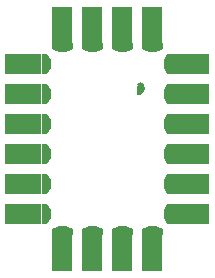
<source format=gbs>
G04 DipTrace 2.4.0.2*
%INi2cswitch.gbs*%
%MOMM*%
%ADD53R,1.75X2.082*%
%ADD54R,1.75X1.65*%
%ADD55R,2.082X1.75*%
%ADD56R,1.65X1.75*%
%FSLAX53Y53*%
G04*
G71*
G90*
G75*
G01*
%LNBotMask*%
%LPD*%
D56*
X11270Y21430D3*
Y18890D3*
Y16350D3*
Y13810D3*
G36*
X12545Y18015D2*
X12040D1*
Y19765D1*
X12545D1*
X12825Y19221D1*
Y18559D1*
X12545Y18015D1*
G37*
G36*
Y20555D2*
X12040D1*
Y22305D1*
X12545D1*
X12825Y21761D1*
Y21099D1*
X12545Y20555D1*
G37*
G36*
Y12935D2*
X12040D1*
Y14685D1*
X12545D1*
X12825Y14141D1*
Y13479D1*
X12545Y12935D1*
G37*
G36*
Y15475D2*
X12040D1*
Y17225D1*
X12545D1*
X12825Y16681D1*
Y16019D1*
X12545Y15475D1*
G37*
D55*
X10000Y21430D3*
Y18890D3*
Y16350D3*
Y13810D3*
D56*
X23970D3*
Y16350D3*
Y18890D3*
Y21430D3*
G36*
X22695Y17225D2*
X23200D1*
Y15475D1*
X22695D1*
X22415Y16019D1*
Y16681D1*
X22695Y17225D1*
G37*
G36*
Y14685D2*
X23200D1*
Y12935D1*
X22695D1*
X22415Y13479D1*
Y14141D1*
X22695Y14685D1*
G37*
G36*
Y22305D2*
X23200D1*
Y20555D1*
X22695D1*
X22415Y21099D1*
Y21761D1*
X22695Y22305D1*
G37*
G36*
Y19765D2*
X23200D1*
Y18015D1*
X22695D1*
X22415Y18559D1*
Y19221D1*
X22695Y19765D1*
G37*
D55*
X25240Y13810D3*
Y16350D3*
Y18890D3*
Y21430D3*
D56*
X23970Y23970D3*
Y26510D3*
D55*
X25240Y23970D3*
Y26510D3*
G36*
X22695Y27385D2*
X23200D1*
Y25635D1*
X22695D1*
X22415Y26179D1*
Y26841D1*
X22695Y27385D1*
G37*
G36*
Y24845D2*
X23195D1*
Y23095D1*
X22695D1*
X22415Y23639D1*
Y24301D1*
X22695Y24845D1*
G37*
D54*
X16350Y29050D3*
X13810D3*
D53*
X16350Y30320D3*
X13810D3*
G36*
X12935Y27775D2*
Y28280D1*
X14685D1*
Y27775D1*
X14141Y27495D1*
X13479D1*
X12935Y27775D1*
G37*
G36*
X15475D2*
Y28275D1*
X17225D1*
Y27775D1*
X16681Y27495D1*
X16019D1*
X15475Y27775D1*
G37*
D54*
X16350Y11270D3*
X13810D3*
G36*
X14685Y12545D2*
Y12040D1*
X12935D1*
Y12545D1*
X13479Y12825D1*
X14141D1*
X14685Y12545D1*
G37*
G36*
X17225D2*
Y12040D1*
X15475D1*
Y12545D1*
X16019Y12825D1*
X16681D1*
X17225Y12545D1*
G37*
D53*
X16350Y10000D3*
X13810D3*
D54*
X18890Y11270D3*
X21430D3*
D53*
X18890Y10000D3*
X21430D3*
G36*
X22305Y12545D2*
Y12040D1*
X20555D1*
Y12545D1*
X21099Y12825D1*
X21761D1*
X22305Y12545D1*
G37*
G36*
X19765D2*
Y12045D1*
X18015D1*
Y12545D1*
X18559Y12825D1*
X19221D1*
X19765Y12545D1*
G37*
D54*
X21430Y29050D3*
X18890D3*
D53*
X21430Y30320D3*
X18890D3*
G36*
X18015Y27775D2*
Y28280D1*
X19765D1*
Y27775D1*
X19221Y27495D1*
X18559D1*
X18015Y27775D1*
G37*
G36*
X20555D2*
Y28275D1*
X22305D1*
Y27775D1*
X21761Y27495D1*
X21099D1*
X20555Y27775D1*
G37*
D56*
X11270Y26510D3*
Y23970D3*
D55*
X10000Y26510D3*
Y23970D3*
G36*
X12545Y23095D2*
X12040D1*
Y24845D1*
X12545D1*
X12825Y24301D1*
Y23639D1*
X12545Y23095D1*
G37*
G36*
Y25635D2*
X12045D1*
Y27385D1*
X12545D1*
X12825Y26841D1*
Y26179D1*
X12545Y25635D1*
G37*
G36*
X20162Y23858D2*
X20352Y23887D1*
X20499Y23947D1*
X20593Y24023D1*
X20670Y24099D1*
X20733Y24212D1*
X20759Y24277D1*
X20779Y24372D1*
X20789Y24423D1*
X20794Y24505D1*
X20771Y24570D1*
X20733Y24608D1*
X20708Y24634D1*
X20695Y24698D1*
X20700Y24723D1*
X20715Y24774D1*
X20746Y24801D1*
X20664Y24900D1*
X20588Y24850D1*
X20570D1*
X20534Y24939D1*
X20479Y24951D1*
X20378Y24961D1*
X20484Y24709D1*
Y24677D1*
X20477Y24634D1*
X20454Y24624D1*
X20403Y24644D1*
X20339Y24759D1*
X20269Y24931D1*
X20218Y24906D1*
X20163Y24842D1*
X20238Y24652D1*
X20200Y24658D1*
X20162D1*
Y23858D1*
G37*
M02*

</source>
